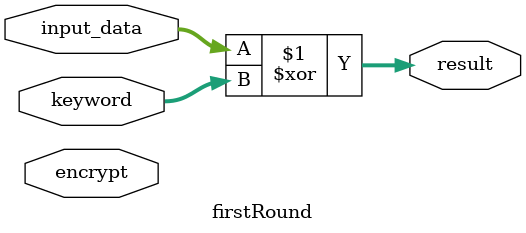
<source format=sv>
`timescale 1ns / 1ps

module firstRound //of encryption, lastround of decryption
(
input wire encrypt,
input wire [127:0] keyword, input_data,
output wire [127:0] result
);


assign result = input_data ^ keyword;


endmodule

</source>
